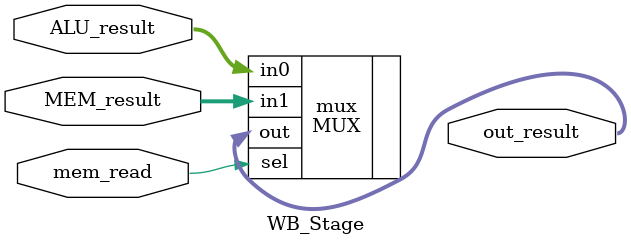
<source format=v>
module WB_Stage(mem_read,ALU_result, MEM_result,out_result);
  input mem_read;
  input [31:0] ALU_result, MEM_result;
  output [31:0] out_result;

  MUX #(.len(32)) mux(.in0(ALU_result), .in1(MEM_result),.sel(mem_read),.out(out_result));
  
endmodule
</source>
